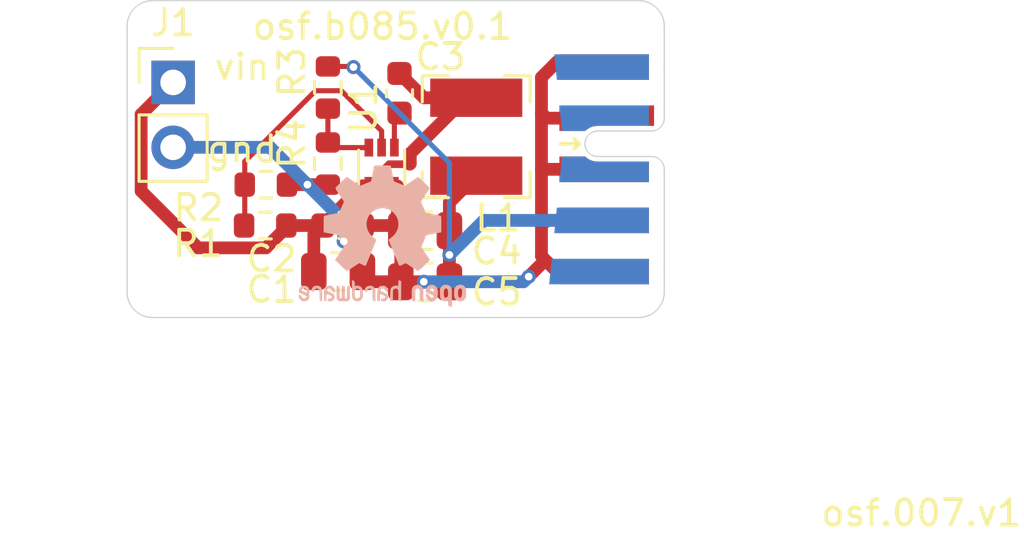
<source format=kicad_pcb>
(kicad_pcb (version 20211014) (generator pcbnew)
  (layers (0 "F.Cu" signal) (1 "In1.Cu" signal) (2 "In2.Cu" signal) (31 "B.Cu" signal) (34 "B.Paste" user) (35 "F.Paste" user) (36 "B.SilkS" user "B.Silkscreen") (37 "F.SilkS" user "F.Silkscreen") (38 "B.Mask" user) (39 "F.Mask" user) (44 "Edge.Cuts" user))
  (net 0 "")
  (net 1 "/DCDC/Vin")
  (net 2 "/DCDC/GND")
  (net 3 "Net-(C3-Pad1)")
  (net 4 "Net-(C3-Pad2)")
  (net 5 "Net-(R1-Pad2)")
  (net 6 "Net-(R3-Pad2)")
  (net 7 "/DCDC/3.3V")
  (footprint "Inductor_SMD:L_Bourns-SRN4018" (layer "F.Cu") (at 43.65 152.325 -90)
    (fp_text reference "L1" (at 3.175 -0.85 180) (layer "F.SilkS"))
    (fp_text value "3.3uH")
    (fp_line (start -2.385 -2.11) (end -1.36 -2.11) (layer "F.SilkS") (width 0.12))
    (fp_line (start 2.385 -2.11) (end 2.385 -1.085) (layer "F.SilkS") (width 0.12))
    (fp_line (start 2.385 2.11) (end 1.36 2.11) (layer "F.SilkS") (width 0.12))
    (fp_line (start 2.385 2.11) (end 2.385 1.085) (layer "F.SilkS") (width 0.12))
    (fp_line (start -2.385 2.11) (end -1.36 2.11) (layer "F.SilkS") (width 0.12))
    (fp_line (start -2.385 2.11) (end -2.385 1.085) (layer "F.SilkS") (width 0.12))
    (fp_line (start -2.385 -2.11) (end -2.385 -1.085) (layer "F.SilkS") (width 0.12))
    (fp_line (start 2.385 -2.11) (end 1.36 -2.11) (layer "F.SilkS") (width 0.12))
    (pad "1" smd rect locked (at -1.525 0 270) (size 1.5 3.6) (layers "F.Cu" "F.Paste" "F.Mask") (net 3 "Net-(C3-Pad1)"))
    (pad "2" smd rect locked (at 1.525 0 270) (size 1.5 3.6) (layers "F.Cu" "F.Paste" "F.Mask") (net 7 "/DCDC/3.3V"))
  )
  (footprint "Capacitor_SMD:C_0805_2012Metric" (layer "F.Cu") (at 38.25 157.6)
    (fp_text reference "C1" (at -2.6 0.7) (layer "F.SilkS"))
    (fp_text value "10uF")
    (fp_line (start -0.261252 -0.735) (end 0.261252 -0.735) (layer "F.SilkS") (width 0.12))
    (fp_line (start -0.261252 0.735) (end 0.261252 0.735) (layer "F.SilkS") (width 0.12))
    (pad "1" smd roundrect locked (at -0.95 0) (size 1 1.45) (layers "F.Cu" "F.Paste" "F.Mask") (net 1 "/DCDC/Vin"))
    (pad "2" smd roundrect locked (at 0.95 0) (size 1 1.45) (layers "F.Cu" "F.Paste" "F.Mask") (net 2 "/DCDC/GND"))
  )
  (footprint "on_edge:on_edge_2x05_host" (layer "F.Cu") (at 51 153.6 -90)
    (fp_text reference "J2")
    (fp_text value "003_power")
    (fp_line (start -0.8 3.523) (end -1 3.323) (layer "F.SilkS") (width 0.153))
    (fp_line (start -1 4.05) (end -1 3.323) (layer "F.SilkS") (width 0.153))
    (fp_line (start -1 3.323) (end -1.2 3.523) (layer "F.SilkS") (width 0.153))
    (fp_line (start -0.5 2.6) (end -0.5 0.5) (layer "Edge.Cuts") (width 0.05))
    (fp_line (start 0 0) (end 4 0) (layer "Edge.Cuts") (width 0.05))
    (fp_line (start -1.5 0.5) (end -1.5 2.6) (layer "Edge.Cuts") (width 0.05))
    (fp_line (start -4 0) (end -2 0) (layer "Edge.Cuts") (width 0.05))
    (fp_arc (start -0.5 0.5) (mid -0.353553 0.146447) (end 0 0) (layer "Edge.Cuts") (width 0.05))
    (fp_arc (start -0.5 2.6) (mid -1 3.1) (end -1.5 2.6) (layer "Edge.Cuts") (width 0.05))
    (fp_arc (start -2 0) (mid -1.646447 0.146447) (end -1.5 0.5) (layer "Edge.Cuts") (width 0.05))
    (pad "1" smd rect locked (at -4 2.35 270) (size 1 3.5) (layers "F.Cu" "F.Mask") (net 2 "/DCDC/GND"))
    (pad "2" smd custom locked (at -2 3.6 270) (size 1 1) (layers "F.Cu" "F.Mask") (net 2 "/DCDC/GND") (options (clearance outline) (anchor rect)) (primitives (gr_poly (pts (xy 0.3 -0.99) (xy 0.31 -0.88) (xy 0.33 -0.8) (xy 0.35 -0.74) (xy 0.37 -0.69) (xy 0.4 -0.64) (xy 0.44 -0.58) (xy 0.48 -0.53) (xy 0.5 -0.51) (xy 0.5 0.5) (xy -0.5 0.5) (xy -0.5 -3.2) (xy 0.3 -3.2)) (width 0) (fill yes))))
    (pad "3" smd custom locked (at 0 3.6 270) (size 1 1) (layers "F.Cu" "F.Mask") (net 2 "/DCDC/GND") (options (clearance outline) (anchor rect)) (primitives (gr_poly (pts (xy 0.5 0.5) (xy -0.5 0.5) (xy -0.5 -0.51) (xy -0.48 -0.53) (xy -0.44 -0.58) (xy -0.4 -0.64) (xy -0.37 -0.69) (xy -0.35 -0.74) (xy -0.33 -0.8) (xy -0.31 -0.88) (xy -0.3 -0.99) (xy -0.3 -3) (xy 0.5 -3)) (width 0) (fill yes))))
    (pad "4" smd rect locked (at 2 2.35 270) (size 1 3.5) (layers "F.Cu" "F.Mask") (net 2 "/DCDC/GND"))
    (pad "5" smd rect locked (at 4 2.35 270) (size 1 3.5) (layers "F.Cu" "F.Mask") (net 2 "/DCDC/GND"))
    (pad "6" smd custom locked (at -4 2.4 90) (size 1 3.6) (layers "B.Cu" "B.Mask") (options (clearance outline) (anchor rect)) (primitives (gr_poly (pts (xy 0.5 -1.8) (xy -0.5 -1.8) (xy 0.5 -1.9)) (width 0) (fill yes))))
    (pad "7" smd custom locked (at -2 2.1 90) (size 0.4 0.4) (layers "B.Cu" "B.Mask") (options (clearance outline) (anchor rect)) (primitives (gr_poly (pts (xy 0.5 1.5) (xy -0.3 1.5) (xy -0.3 -0.51) (xy -0.31 -0.62) (xy -0.33 -0.7) (xy -0.35 -0.76) (xy -0.37 -0.81) (xy -0.4 -0.86) (xy -0.44 -0.92) (xy -0.48 -0.97) (xy -0.5 -0.99) (xy -0.5 -1.9) (xy 0.5 -2)) (width 0) (fill yes))))
    (pad "8" smd custom locked (at 0 2.1 90) (size 0.4 0.4) (layers "B.Cu" "B.Mask") (options (clearance outline) (anchor rect)) (primitives (gr_poly (pts (xy 0.5 -1.9) (xy 0.5 -0.99) (xy 0.48 -0.97) (xy 0.44 -0.92) (xy 0.4 -0.86) (xy 0.37 -0.81) (xy 0.35 -0.76) (xy 0.33 -0.7) (xy 0.31 -0.62) (xy 0.3 -0.51) (xy 0.3 1.5) (xy -0.5 1.5) (xy -0.5 -2)) (width 0) (fill yes))))
    (pad "9" smd custom locked (at 2 2.4 90) (size 1 3.6) (layers "B.Cu" "B.Mask") (net 7 "/DCDC/3.3V") (options (clearance outline) (anchor rect)) (primitives (gr_poly (pts (xy 0.5 -1.8) (xy -0.5 -1.8) (xy -0.5 -1.9)) (width 0) (fill yes))))
    (pad "10" smd custom locked (at 4 2.5 90) (size 1 3.8) (layers "B.Cu" "B.Mask") (options (clearance outline) (anchor rect)) (primitives (gr_poly (pts (xy 0.5 -1.9) (xy -0.5 -1.9) (xy -0.5 -2)) (width 0) (fill yes))))
  )
  (footprint "Resistor_SMD:R_0603_1608Metric" (layer "F.Cu") (at 35.4 155.8 180)
    (fp_text reference "R1" (at 2.625 -0.709527) (layer "F.SilkS"))
    (fp_text value "d.n.p.")
    (fp_line (start -0.237258 -0.5225) (end 0.237258 -0.5225) (layer "F.SilkS") (width 0.12))
    (fp_line (start -0.237258 0.5225) (end 0.237258 0.5225) (layer "F.SilkS") (width 0.12))
    (pad "1" smd roundrect locked (at -0.825 0 180) (size 0.8 0.95) (layers "F.Cu" "F.Paste" "F.Mask") (net 1 "/DCDC/Vin"))
    (pad "2" smd roundrect locked (at 0.825 0 180) (size 0.8 0.95) (layers "F.Cu" "F.Paste" "F.Mask") (net 5 "Net-(R1-Pad2)"))
  )
  (footprint "Resistor_SMD:R_0603_1608Metric" (layer "F.Cu") (at 37.85 150.4 -90)
    (fp_text reference "R3" (at -0.6 1.4 90) (layer "F.SilkS"))
    (fp_text value "31.6k")
    (fp_line (start -0.237258 -0.5225) (end 0.237258 -0.5225) (layer "F.SilkS") (width 0.12))
    (fp_line (start -0.237258 0.5225) (end 0.237258 0.5225) (layer "F.SilkS") (width 0.12))
    (pad "1" smd roundrect locked (at -0.825 0 270) (size 0.8 0.95) (layers "F.Cu" "F.Paste" "F.Mask") (net 7 "/DCDC/3.3V"))
    (pad "2" smd roundrect locked (at 0.825 0 270) (size 0.8 0.95) (layers "F.Cu" "F.Paste" "F.Mask") (net 6 "Net-(R3-Pad2)"))
  )
  (footprint "Resistor_SMD:R_0603_1608Metric" (layer "F.Cu") (at 35.425 154.2)
    (fp_text reference "R2" (at -2.640953 0.909527) (layer "F.SilkS"))
    (fp_text value "d.n.p.")
    (fp_line (start -0.237258 -0.5225) (end 0.237258 -0.5225) (layer "F.SilkS") (width 0.12))
    (fp_line (start -0.237258 0.5225) (end 0.237258 0.5225) (layer "F.SilkS") (width 0.12))
    (pad "1" smd roundrect locked (at -0.825 0) (size 0.8 0.95) (layers "F.Cu" "F.Paste" "F.Mask") (net 5 "Net-(R1-Pad2)"))
    (pad "2" smd roundrect locked (at 0.825 0) (size 0.8 0.95) (layers "F.Cu" "F.Paste" "F.Mask") (net 2 "/DCDC/GND"))
  )
  (footprint "Capacitor_SMD:C_0805_2012Metric" (layer "F.Cu") (at 41.65 158 180)
    (fp_text reference "C5" (at -2.8 -0.4) (layer "F.SilkS"))
    (fp_text value "22uF")
    (fp_line (start -0.261252 -0.735) (end 0.261252 -0.735) (layer "F.SilkS") (width 0.12))
    (fp_line (start -0.261252 0.735) (end 0.261252 0.735) (layer "F.SilkS") (width 0.12))
    (pad "1" smd roundrect locked (at -0.95 0 180) (size 1 1.45) (layers "F.Cu" "F.Paste" "F.Mask") (net 7 "/DCDC/3.3V"))
    (pad "2" smd roundrect locked (at 0.95 0 180) (size 1 1.45) (layers "F.Cu" "F.Paste" "F.Mask") (net 2 "/DCDC/GND"))
  )
  (footprint "Resistor_SMD:R_0603_1608Metric" (layer "F.Cu") (at 37.85 153.375 -90)
    (fp_text reference "R4" (at -0.775 1.4 90) (layer "F.SilkS"))
    (fp_text value "10k")
    (fp_line (start -0.237258 0.5225) (end 0.237258 0.5225) (layer "F.SilkS") (width 0.12))
    (fp_line (start -0.237258 -0.5225) (end 0.237258 -0.5225) (layer "F.SilkS") (width 0.12))
    (pad "1" smd roundrect locked (at -0.825 0 270) (size 0.8 0.95) (layers "F.Cu" "F.Paste" "F.Mask") (net 6 "Net-(R3-Pad2)"))
    (pad "2" smd roundrect locked (at 0.825 0 270) (size 0.8 0.95) (layers "F.Cu" "F.Paste" "F.Mask") (net 2 "/DCDC/GND"))
  )
  (footprint "Connector_PinHeader_2.54mm:PinHeader_1x02_P2.54mm_Vertical" (layer "F.Cu") (at 31.8 150.2)
    (fp_text reference "J1" (at 0 -2.33) (layer "F.SilkS"))
    (fp_text value "Conn_01x02_Male")
    (fp_line (start -1.33 -1.33) (end 0 -1.33) (layer "F.SilkS") (width 0.12))
    (fp_line (start -1.33 1.27) (end -1.33 3.87) (layer "F.SilkS") (width 0.12))
    (fp_line (start -1.33 3.87) (end 1.33 3.87) (layer "F.SilkS") (width 0.12))
    (fp_line (start 1.33 1.27) (end 1.33 3.87) (layer "F.SilkS") (width 0.12))
    (fp_line (start -1.33 1.27) (end 1.33 1.27) (layer "F.SilkS") (width 0.12))
    (fp_line (start -1.33 0) (end -1.33 -1.33) (layer "F.SilkS") (width 0.12))
    (pad "1" thru_hole rect locked (at 0 0) (size 1.7 1.7) (drill 1) (layers *.Cu *.Mask) (net 1 "/DCDC/Vin"))
    (pad "2" thru_hole oval locked (at 0 2.54) (size 1.7 1.7) (drill 1) (layers *.Cu *.Mask) (net 2 "/DCDC/GND"))
  )
  (footprint "Capacitor_SMD:C_0603_1608Metric" (layer "F.Cu") (at 40.65 150.625 -90)
    (fp_text reference "C3" (at -1.425 -1.6) (layer "F.SilkS"))
    (fp_text value "100nF")
    (fp_line (start -0.14058 -0.51) (end 0.14058 -0.51) (layer "F.SilkS") (width 0.12))
    (fp_line (start -0.14058 0.51) (end 0.14058 0.51) (layer "F.SilkS") (width 0.12))
    (pad "1" smd roundrect locked (at -0.775 0 270) (size 0.9 0.95) (layers "F.Cu" "F.Paste" "F.Mask") (net 3 "Net-(C3-Pad1)"))
    (pad "2" smd roundrect locked (at 0.775 0 270) (size 0.9 0.95) (layers "F.Cu" "F.Paste" "F.Mask") (net 4 "Net-(C3-Pad2)"))
  )
  (footprint "Package_TO_SOT_SMD:SOT-563" (layer "F.Cu") (at 39.95 153.5 90)
    (fp_text reference "U1" (at 2.3 -0.7 90) (layer "F.SilkS"))
    (fp_text value "AP62200")
    (fp_line (start -0.9 -0.9) (end 0.65 -0.9) (layer "F.SilkS") (width 0.12))
    (fp_line (start 0.65 0.9) (end -0.65 0.9) (layer "F.SilkS") (width 0.12))
    (pad "1" smd rect locked (at -0.75 -0.5 90) (size 0.7 0.34) (layers "F.Cu" "F.Paste" "F.Mask") (net 1 "/DCDC/Vin"))
    (pad "2" smd rect locked (at -0.75 0 90) (size 0.7 0.34) (layers "F.Cu" "F.Paste" "F.Mask") (net 3 "Net-(C3-Pad1)"))
    (pad "3" smd rect locked (at -0.75 0.5 90) (size 0.7 0.34) (layers "F.Cu" "F.Paste" "F.Mask") (net 2 "/DCDC/GND"))
    (pad "4" smd rect locked (at 0.75 0.5 90) (size 0.7 0.34) (layers "F.Cu" "F.Paste" "F.Mask") (net 4 "Net-(C3-Pad2)"))
    (pad "5" smd rect locked (at 0.75 0 90) (size 0.7 0.34) (layers "F.Cu" "F.Paste" "F.Mask") (net 5 "Net-(R1-Pad2)"))
    (pad "6" smd rect locked (at 0.75 -0.5 90) (size 0.7 0.34) (layers "F.Cu" "F.Paste" "F.Mask") (net 6 "Net-(R3-Pad2)"))
  )
  (footprint "Capacitor_SMD:C_0805_2012Metric" (layer "F.Cu") (at 41.65 156 180)
    (fp_text reference "C4" (at -2.8 -0.8) (layer "F.SilkS"))
    (fp_text value "22uF")
    (fp_line (start -0.261252 -0.735) (end 0.261252 -0.735) (layer "F.SilkS") (width 0.12))
    (fp_line (start -0.261252 0.735) (end 0.261252 0.735) (layer "F.SilkS") (width 0.12))
    (pad "1" smd roundrect locked (at -0.95 0 180) (size 1 1.45) (layers "F.Cu" "F.Paste" "F.Mask") (net 7 "/DCDC/3.3V"))
    (pad "2" smd roundrect locked (at 0.95 0 180) (size 1 1.45) (layers "F.Cu" "F.Paste" "F.Mask") (net 2 "/DCDC/GND"))
  )
  (footprint "Capacitor_SMD:C_0603_1608Metric" (layer "F.Cu") (at 38.425 155.8)
    (fp_text reference "C2" (at -2.775 1.3) (layer "F.SilkS"))
    (fp_text value "100nF")
    (fp_line (start -0.14058 0.51) (end 0.14058 0.51) (layer "F.SilkS") (width 0.12))
    (fp_line (start -0.14058 -0.51) (end 0.14058 -0.51) (layer "F.SilkS") (width 0.12))
    (pad "1" smd roundrect locked (at -0.775 0) (size 0.9 0.95) (layers "F.Cu" "F.Paste" "F.Mask") (net 1 "/DCDC/Vin"))
    (pad "2" smd roundrect locked (at 0.775 0) (size 0.9 0.95) (layers "F.Cu" "F.Paste" "F.Mask") (net 2 "/DCDC/GND"))
  )
  (footprint "Symbol:OSHW-Logo2_7.3x6mm_SilkScreen" (layer "B.Cu") (at 39.984047 156.209527 180)
    (fp_text reference "l1" hide)
    (fp_text value "Logo_Open_Hardware_Larg" hide)
    (fp_poly (pts (xy 2.6526 -1.958752) (xy 2.669948 -1.966334) (xy 2.711356 -1.999128) (xy 2.746765 -2.046547) (xy 2.768664 -2.097151) (xy 2.772229 -2.122098) (xy 2.760279 -2.156927) (xy 2.734067 -2.175357) (xy 2.705964 -2.186516) (xy 2.693095 -2.188572) (xy 2.686829 -2.173649) (xy 2.674456 -2.141175) (xy 2.669028 -2.126502) (xy 2.63859 -2.075744) (xy 2.59452 -2.050427) (xy 2.53801 -2.051206) (xy 2.533825 -2.052203) (xy 2.503655 -2.066507) (xy 2.481476 -2.094393) (xy 2.466327 -2.139287) (xy 2.45725 -2.204615) (xy 2.453286 -2.293804) (xy 2.452914 -2.341261) (xy 2.45273 -2.416071) (xy 2.451522 -2.467069) (xy 2.448309 -2.499471) (xy 2.442109 -2.518495) (xy 2.43194 -2.529356) (xy 2.416819 -2.537272) (xy 2.415946 -2.53767) (xy 2.386828 -2.549981) (xy 2.372403 -2.554514) (xy 2.370186 -2.540809) (xy 2.368289 -2.502925) (xy 2.366847 -2.445715) (xy 2.365998 -2.374027) (xy 2.365829 -2.321565) (xy 2.366692 -2.220047) (xy 2.37007 -2.143032) (xy 2.377142 -2.086023) (xy 2.389088 -2.044526) (xy 2.40709 -2.014043) (xy 2.432327 -1.99008) (xy 2.457247 -1.973355) (xy 2.517171 -1.951097) (xy 2.586911 -1.946076) (xy 2.6526 -1.958752)) (layer "B.SilkS") (width 0.01) (fill solid))
    (fp_poly (pts (xy -1.283907 -1.92778) (xy -1.237328 -1.954723) (xy -1.204943 -1.981466) (xy -1.181258 -2.009484) (xy -1.164941 -2.043748) (xy -1.154661 -2.089227) (xy -1.149086 -2.150892) (xy -1.146884 -2.233711) (xy -1.146629 -2.293246) (xy -1.146629 -2.512391) (xy -1.208314 -2.540044) (xy -1.27 -2.567697) (xy -1.277257 -2.32767) (xy -1.280256 -2.238028) (xy -1.283402 -2.172962) (xy -1.287299 -2.128026) (xy -1.292553 -2.09877) (xy -1.299769 -2.080748) (xy -1.30955 -2.069511) (xy -1.312688 -2.067079) (xy -1.360239 -2.048083) (xy -1.408303 -2.0556) (xy -1.436914 -2.075543) (xy -1.448553 -2.089675) (xy -1.456609 -2.10822) (xy -1.461729 -2.136334) (xy -1.464559 -2.179173) (xy -1.465744 -2.241895) (xy -1.465943 -2.307261) (xy -1.465982 -2.389268) (xy -1.467386 -2.447316) (xy -1.472086 -2.486465) (xy -1.482013 -2.51178) (xy -1.499097 -2.528323) (xy -1.525268 -2.541156) (xy -1.560225 -2.554491) (xy -1.598404 -2.569007) (xy -1.593859 -2.311389) (xy -1.592029 -2.218519) (xy -1.589888 -2.149889) (xy -1.586819 -2.100711) (xy -1.582206 -2.066198) (xy -1.575432 -2.041562) (xy -1.565881 -2.022016) (xy -1.554366 -2.00477) (xy -1.49881 -1.94968) (xy -1.43102 -1.917822) (xy -1.357287 -1.910191) (xy -1.283907 -1.92778)) (layer "B.SilkS") (width 0.01) (fill solid))
    (fp_poly (pts (xy -1.831697 -1.931239) (xy -1.774473 -1.969735) (xy -1.730251 -2.025335) (xy -1.703833 -2.096086) (xy -1.69849 -2.148162) (xy -1.699097 -2.169893) (xy -1.704178 -2.186531) (xy -1.718145 -2.201437) (xy -1.745411 -2.217973) (xy -1.790388 -2.239498) (xy -1.857489 -2.269374) (xy -1.857829 -2.269524) (xy -1.919593 -2.297813) (xy -1.970241 -2.322933) (xy -2.004596 -2.342179) (xy -2.017482 -2.352848) (xy -2.017486 -2.352934) (xy -2.006128 -2.376166) (xy -1.979569 -2.401774) (xy -1.949077 -2.420221) (xy -1.93363 -2.423886) (xy -1.891485 -2.411212) (xy -1.855192 -2.379471) (xy -1.837483 -2.344572) (xy -1.820448 -2.318845) (xy -1.787078 -2.289546) (xy -1.747851 -2.264235) (xy -1.713244 -2.250471) (xy -1.706007 -2.249714) (xy -1.697861 -2.26216) (xy -1.69737 -2.293972) (xy -1.703357 -2.336866) (xy -1.714643 -2.382558) (xy -1.73005 -2.422761) (xy -1.730829 -2.424322) (xy -1.777196 -2.489062) (xy -1.837289 -2.533097) (xy -1.905535 -2.554711) (xy -1.976362 -2.552185) (xy -2.044196 -2.523804) (xy -2.047212 -2.521808) (xy -2.100573 -2.473448) (xy -2.13566 -2.410352) (xy -2.155078 -2.327387) (xy -2.157684 -2.304078) (xy -2.162299 -2.194055) (xy -2.156767 -2.142748) (xy -2.017486 -2.142748) (xy -2.015676 -2.174753) (xy -2.005778 -2.184093) (xy -1.981102 -2.177105) (xy -1.942205 -2.160587) (xy -1.898725 -2.139881) (xy -1.897644 -2.139333) (xy -1.860791 -2.119949) (xy -1.846 -2.107013) (xy -1.849647 -2.093451) (xy -1.865005 -2.075632) (xy -1.904077 -2.049845) (xy -1.946154 -2.04795) (xy -1.983897 -2.066717) (xy -2.009966 -2.102915) (xy -2.017486 -2.142748) (xy -2.156767 -2.142748) (xy -2.152806 -2.106027) (xy -2.12845 -2.036212) (xy -2.094544 -1.987302) (xy -2.033347 -1.937878) (xy -1.965937 -1.913359) (xy -1.89712 -1.911797) (xy -1.831697 -1.931239)) (layer "B.SilkS") (width 0.01) (fill solid))
    (fp_poly (pts (xy 0.039744 -1.950968) (xy 0.096616 -1.972087) (xy 0.097267 -1.972493) (xy 0.13244 -1.99838) (xy 0.158407 -2.028633) (xy 0.17667 -2.068058) (xy 0.188732 -2.121462) (xy 0.196096 -2.193651) (xy 0.200264 -2.289432) (xy 0.200629 -2.303078) (xy 0.205876 -2.508842) (xy 0.161716 -2.531678) (xy 0.129763 -2.54711) (xy 0.11047 -2.554423) (xy 0.109578 -2.554514) (xy 0.106239 -2.541022) (xy 0.103587 -2.504626) (xy 0.101956 -2.451452) (xy 0.1016 -2.408393) (xy 0.101592 -2.338641) (xy 0.098403 -2.294837) (xy 0.087288 -2.273944) (xy 0.063501 -2.272925) (xy 0.022296 -2.288741) (xy -0.039914 -2.317815) (xy -0.085659 -2.341963) (xy -0.109187 -2.362913) (xy -0.116104 -2.385747) (xy -0.116114 -2.386877) (xy -0.104701 -2.426212) (xy -0.070908 -2.447462) (xy -0.019191 -2.450539) (xy 0.018061 -2.450006) (xy 0.037703 -2.460735) (xy 0.049952 -2.486505) (xy 0.057002 -2.519337) (xy 0.046842 -2.537966) (xy 0.043017 -2.540632) (xy 0.007001 -2.55134) (xy -0.043434 -2.552856) (xy -0.095374 -2.545759) (xy -0.132178 -2.532788) (xy -0.183062 -2.489585) (xy -0.211986 -2.429446) (xy -0.217714 -2.382462) (xy -0.213343 -2.340082) (xy -0.197525 -2.305488) (xy -0.166203 -2.274763) (xy -0.115322 -2.24399) (xy -0.040824 -2.209252) (xy -0.036286 -2.207288) (xy 0.030821 -2.176287) (xy 0.072232 -2.150862) (xy 0.089981 -2.128014) (xy 0.086107 -2.104745) (xy 0.062643 -2.078056) (xy 0.055627 -2.071914) (xy 0.00863 -2.0481) (xy -0.040067 -2.049103) (xy -0.082478 -2.072451) (xy -0.110616 -2.115675) (xy -0.113231 -2.12416) (xy -0.138692 -2.165308) (xy -0.170999 -2.185128) (xy -0.217714 -2.20477) (xy -0.217714 -2.15395) (xy -0.203504 -2.080082) (xy -0.161325 -2.012327) (xy -0.139376 -1.989661) (xy -0.089483 -1.960569) (xy -0.026033 -1.9474) (xy 0.039744 -1.950968)) (layer "B.SilkS") (width 0.01) (fill solid))
    (fp_poly (pts (xy 3.153595 -1.966966) (xy 3.211021 -2.004497) (xy 3.238719 -2.038096) (xy 3.260662 -2.099064) (xy 3.262405 -2.147308) (xy 3.258457 -2.211816) (xy 3.109686 -2.276934) (xy 3.037349 -2.310202) (xy 2.990084 -2.336964) (xy 2.965507 -2.360144) (xy 2.961237 -2.382667) (xy 2.974889 -2.407455) (xy 2.989943 -2.423886) (xy 3.033746 -2.450235) (xy 3.081389 -2.452081) (xy 3.125145 -2.431546) (xy 3.157289 -2.390752) (xy 3.163038 -2.376347) (xy 3.190576 -2.331356) (xy 3.222258 -2.312182) (xy 3.265714 -2.295779) (xy 3.265714 -2.357966) (xy 3.261872 -2.400283) (xy 3.246823 -2.435969) (xy 3.21528 -2.476943) (xy 3.210592 -2.482267) (xy 3.175506 -2.51872) (xy 3.145347 -2.538283) (xy 3.107615 -2.547283) (xy 3.076335 -2.55023) (xy 3.020385 -2.550965) (xy 2.980555 -2.54166) (xy 2.955708 -2.527846) (xy 2.916656 -2.497467) (xy 2.889625 -2.464613) (xy 2.872517 -2.423294) (xy 2.863238 -2.367521) (xy 2.859693 -2.291305) (xy 2.85941 -2.252622) (xy 2.860372 -2.206247) (xy 2.948007 -2.206247) (xy 2.949023 -2.231126) (xy 2.951556 -2.2352) (xy 2.968274 -2.229665) (xy 3.004249 -2.215017) (xy 3.052331 -2.19419) (xy 3.062386 -2.189714) (xy 3.123152 -2.158814) (xy 3.156632 -2.131657) (xy 3.16399 -2.10622) (xy 3.146391 -2.080481) (xy 3.131856 -2.069109) (xy 3.07941 -2.046364) (xy 3.030322 -2.050122) (xy 2.989227 -2.077884) (xy 2.960758 -2.127152) (xy 2.951631 -2.166257) (xy 2.948007 -2.206247) (xy 2.860372 -2.206247) (xy 2.861285 -2.162249) (xy 2.868196 -2.095384) (xy 2.881884 -2.046695) (xy 2.904096 -2.010849) (xy 2.936574 -1.982513) (xy 2.950733 -1.973355) (xy 3.015053 -1.949507) (xy 3.085473 -1.948006) (xy 3.153595 -1.966966)) (layer "B.SilkS") (width 0.01) (fill solid))
    (fp_poly (pts (xy 1.190117 -2.065358) (xy 1.189933 -2.173837) (xy 1.189219 -2.257287) (xy 1.187675 -2.319704) (xy 1.185001 -2.365085) (xy 1.180894 -2.397429) (xy 1.175055 -2.420733) (xy 1.167182 -2.438995) (xy 1.161221 -2.449418) (xy 1.111855 -2.505945) (xy 1.049264 -2.541377) (xy 0.980013 -2.55409) (xy 0.910668 -2.542463) (xy 0.869375 -2.521568) (xy 0.826025 -2.485422) (xy 0.796481 -2.441276) (xy 0.778655 -2.383462) (xy 0.770463 -2.306313) (xy 0.769302 -2.249714) (xy 0.769458 -2.245647) (xy 0.870857 -2.245647) (xy 0.871476 -2.31055) (xy 0.874314 -2.353514) (xy 0.88084 -2.381622) (xy 0.892523 -2.401953) (xy 0.906483 -2.417288) (xy 0.953365 -2.44689) (xy 1.003701 -2.449419) (xy 1.051276 -2.424705) (xy 1.054979 -2.421356) (xy 1.070783 -2.403935) (xy 1.080693 -2.383209) (xy 1.086058 -2.352362) (xy 1.088228 -2.304577) (xy 1.088571 -2.251748) (xy 1.087827 -2.185381) (xy 1.084748 -2.141106) (xy 1.078061 -2.112009) (xy 1.066496 -2.091173) (xy 1.057013 -2.080107) (xy 1.01296 -2.052198) (xy 0.962224 -2.048843) (xy 0.913796 -2.070159) (xy 0.90445 -2.078073) (xy 0.88854 -2.095647) (xy 0.87861 -2.116587) (xy 0.873278 -2.147782) (xy 0.871163 -2.196122) (xy 0.870857 -2.245647) (xy 0.769458 -2.245647) (xy 0.77281 -2.158568) (xy 0.784726 -2.090086) (xy 0.807135 -2.0386) (xy 0.842124 -1.998443) (xy 0.869375 -1.977861) (xy 0.918907 -1.955625) (xy 0.976316 -1.945304) (xy 1.029682 -1.948067) (xy 1.059543 -1.959212) (xy 1.071261 -1.962383) (xy 1.079037 -1.950557) (xy 1.084465 -1.918866) (xy 1.088571 -1.870593) (xy 1.093067 -1.816829) (xy 1.099313 -1.784482) (xy 1.110676 -1.765985) (xy 1.130528 -1.75377) (xy 1.143 -1.748362) (xy 1.190171 -1.728601) (xy 1.190117 -2.065358)) (layer "B.SilkS") (width 0.01) (fill solid))
    (fp_poly (pts (xy 0.529926 -1.949755) (xy 0.595858 -1.974084) (xy 0.649273 -2.017117) (xy 0.670164 -2.047409) (xy 0.692939 -2.102994) (xy 0.692466 -2.143186) (xy 0.668562 -2.170217) (xy 0.659717 -2.174813) (xy 0.62153 -2.189144) (xy 0.602028 -2.185472) (xy 0.595422 -2.161407) (xy 0.595086 -2.148114) (xy 0.582992 -2.09921) (xy 0.551471 -2.064999) (xy 0.507659 -2.048476) (xy 0.458695 -2.052634) (xy 0.418894 -2.074227) (xy 0.40545 -2.086544) (xy 0.395921 -2.101487) (xy 0.389485 -2.124075) (xy 0.385317 -2.159328) (xy 0.382597 -2.212266) (xy 0.380502 -2.287907) (xy 0.37996 -2.311857) (xy 0.377981 -2.39379) (xy 0.375731 -2.451455) (xy 0.372357 -2.489608) (xy 0.367006 -2.513004) (xy 0.358824 -2.526398) (xy 0.346959 -2.534545) (xy 0.339362 -2.538144) (xy 0.307102 -2.550452) (xy 0.288111 -2.554514) (xy 0.281836 -2.540948) (xy 0.278006 -2.499934) (xy 0.2766 -2.430999) (xy 0.277598 -2.333669) (xy 0.277908 -2.318657) (xy 0.280101 -2.229859) (xy 0.282693 -2.165019) (xy 0.286382 -2.119067) (xy 0.291864 -2.086935) (xy 0.299835 -2.063553) (xy 0.310993 -2.043852) (xy 0.31683 -2.03541) (xy 0.350296 -1.998057) (xy 0.387727 -1.969003) (xy 0.392309 -1.966467) (xy 0.459426 -1.946443) (xy 0.529926 -1.949755)) (layer "B.SilkS") (width 0.01) (fill solid))
    (fp_poly (pts (xy 2.144876 -1.956335) (xy 2.186667 -1.975344) (xy 2.219469 -1.998378) (xy 2.243503 -2.024133) (xy 2.260097 -2.057358) (xy 2.270577 -2.1028) (xy 2.276271 -2.165207) (xy 2.278507 -2.249327) (xy 2.278743 -2.304721) (xy 2.278743 -2.520826) (xy 2.241774 -2.53767) (xy 2.212656 -2.549981) (xy 2.198231 -2.554514) (xy 2.195472 -2.541025) (xy 2.193282 -2.504653) (xy 2.191942 -2.451542) (xy 2.191657 -2.409372) (xy 2.190434 -2.348447) (xy 2.187136 -2.300115) (xy 2.182321 -2.270518) (xy 2.178496 -2.264229) (xy 2.152783 -2.270652) (xy 2.112418 -2.287125) (xy 2.065679 -2.309458) (xy 2.020845 -2.333457) (xy 1.986193 -2.35493) (xy 1.970002 -2.369685) (xy 1.969938 -2.369845) (xy 1.97133 -2.397152) (xy 1.983818 -2.423219) (xy 2.005743 -2.444392) (xy 2.037743 -2.451474) (xy 2.065092 -2.450649) (xy 2.103826 -2.450042) (xy 2.124158 -2.459116) (xy 2.136369 -2.483092) (xy 2.137909 -2.487613) (xy 2.143203 -2.521806) (xy 2.129047 -2.542568) (xy 2.092148 -2.552462) (xy 2.052289 -2.554292) (xy 1.980562 -2.540727) (xy 1.943432 -2.521355) (xy 1.897576 -2.475845) (xy 1.873256 -2.419983) (xy 1.871073 -2.360957) (xy 1.891629 -2.305953) (xy 1.922549 -2.271486) (xy 1.95342 -2.252189) (xy 2.001942 -2.227759) (xy 2.058485 -2.202985) (xy 2.06791 -2.199199) (xy 2.130019 -2.171791) (xy 2.165822 -2.147634) (xy 2.177337 -2.123619) (xy 2.16658 -2.096635) (xy 2.148114 -2.075543) (xy 2.104469 -2.049572) (xy 2.056446 -2.047624) (xy 2.012406 -2.067637) (xy 1.980709 -2.107551) (xy 1.976549 -2.117848) (xy 1.952327 -2.155724) (xy 1.916965 -2.183842) (xy 1.872343 -2.206917) (xy 1.872343 -2.141485) (xy 1.874969 -2.101506) (xy 1.88623 -2.069997) (xy 1.911199 -2.036378) (xy 1.935169 -2.010484) (xy 1.972441 -1.973817) (xy 2.001401 -1.954121) (xy 2.032505 -1.94622) (xy 2.067713 -1.944914) (xy 2.144876 -1.956335)) (layer "B.SilkS") (width 0.01) (fill solid))
    (fp_poly (pts (xy 0.10391 2.757652) (xy 0.182454 2.757222) (xy 0.239298 2.756058) (xy 0.278105 2.753793) (xy 0.302538 2.75006) (xy 0.316262 2.744494) (xy 0.32294 2.736727) (xy 0.326236 2.726395) (xy 0.326556 2.725057) (xy 0.331562 2.700921) (xy 0.340829 2.653299) (xy 0.353392 2.587259) (xy 0.368287 2.507872) (xy 0.384551 2.420204) (xy 0.385119 2.417125) (xy 0.40141 2.331211) (xy 0.416652 2.255304) (xy 0.429861 2.193955) (xy 0.440054 2.151718) (xy 0.446248 2.133145) (xy 0.446543 2.132816) (xy 0.464788 2.123747) (xy 0.502405 2.108633) (xy 0.551271 2.090738) (xy 0.551543 2.090642) (xy 0.613093 2.067507) (xy 0.685657 2.038035) (xy 0.754057 2.008403) (xy 0.757294 2.006938) (xy 0.868702 1.956374) (xy 1.115399 2.12484) (xy 1.191077 2.176197) (xy 1.259631 2.222111) (xy 1.317088 2.25997) (xy 1.359476 2.287163) (xy 1.382825 2.301079) (xy 1.385042 2.302111) (xy 1.40201 2.297516) (xy 1.433701 2.275345) (xy 1.481352 2.234553) (xy 1.546198 2.174095) (xy 1.612397 2.109773) (xy 1.676214 2.046388) (xy 1.733329 1.988549) (xy 1.780305 1.939825) (xy 1.813703 1.90379) (xy 1.830085 1.884016) (xy 1.830694 1.882998) (xy 1.832505 1.869428) (xy 1.825683 1.847267) (xy 1.80854 1.813522) (xy 1.779393 1.7652) (xy 1.736555 1.699308) (xy 1.679448 1.614483) (xy 1.628766 1.539823) (xy 1.583461 1.47286) (xy 1.54615 1.417484) (xy 1.519452 1.37758) (xy 1.505985 1.357038) (xy 1.505137 1.355644) (xy 1.506781 1.335962) (xy 1.519245 1.297707) (xy 1.540048 1.248111) (xy 1.547462 1.232272) (xy 1.579814 1.16171) (xy 1.614328 1.081647) (xy 1.642365 1.012371) (xy 1.662568 0.960955) (xy 1.678615 0.921881) (xy 1.687888 0.901459) (xy 1.689041 0.899886) (xy 1.706096 0.897279) (xy 1.746298 0.890137) (xy 1.804302 0.879477) (xy 1.874763 0.866315) (xy 1.952335 0.851667) (xy 2.031672 0.836551) (xy 2.107431 0.821982) (xy 2.174264 0.808978) (xy 2.226828 0.798555) (xy 2.259776 0.79173) (xy 2.267857 0.789801) (xy 2.276205 0.785038) (xy 2.282506 0.774282) (xy 2.287045 0.753902) (xy 2.290104 0.720266) (xy 2.291967 0.669745) (xy 2.292918 0.598708) (xy 2.29324 0.503524) (xy 2.293257 0.464508) (xy 2.293257 0.147201) (xy 2.217057 0.132161) (xy 2.174663 0.124005) (xy 2.1114 0.112101) (xy 2.034962 0.097884) (xy 1.953043 0.08279) (xy 1.9304 0.078645) (xy 1.854806 0.063947) (xy 1.788953 0.049495) (xy 1.738366 0.036625) (xy 1.708574 0.026678) (xy 1.703612 0.023713) (xy 1.691426 0.002717) (xy 1.673953 -0.037967) (xy 1.654577 -0.090322) (xy 1.650734 -0.1016) (xy 1.625339 -0.171523) (xy 1.593817 -0.250418) (xy 1.562969 -0.321266) (xy 1.562817 -0.321595) (xy 1.511447 -0.432733) (xy 1.680399 -0.681253) (xy 1.849352 -0.929772) (xy 1.632429 -1.147058) (xy 1.566819 -1.211726) (xy 1.506979 -1.268733) (xy 1.456267 -1.315033) (xy 1.418046 -1.347584) (xy 1.395675 -1.363343) (xy 1.392466 -1.364343) (xy 1.373626 -1.356469) (xy 1.33518 -1.334578) (xy 1.28133 -1.301267) (xy 1.216276 -1.259131) (xy 1.14594 -1.211943) (xy 1.074555 -1.16381) (xy 1.010908 -1.121928) (xy 0.959041 -1.088871) (xy 0.922995 -1.067218) (xy 0.906867 -1.059543) (xy 0.887189 -1.066037) (xy 0.849875 -1.08315) (xy 0.802621 -1.107326) (xy 0.797612 -1.110013) (xy 0.733977 -1.141927) (xy 0.690341 -1.157579) (xy 0.663202 -1.157745) (xy 0.649057 -1.143204) (xy 0.648975 -1.143) (xy 0.641905 -1.125779) (xy 0.625042 -1.084899) (xy 0.599695 -1.023525) (xy 0.567171 -0.944819) (xy 0.528778 -0.851947) (xy 0.485822 -0.748072) (xy 0.444222 -0.647502) (xy 0.398504 -0.536516) (xy 0.356526 -0.433703) (xy 0.319548 -0.342215) (xy 0.288827 -0.265201) (xy 0.265622 -0.205815) (xy 0.25119 -0.167209) (xy 0.246743 -0.1528) (xy 0.257896 -0.136272) (xy 0.287069 -0.10993) (xy 0.325971 -0.080887) (xy 0.436757 0.010961) (xy 0.523351 0.116241) (xy 0.584716 0.232734) (xy 0.619815 0.358224) (xy 0.627608 0.490493) (xy 0.621943 0.551543) (xy 0.591078 0.678205) (xy 0.53792 0.790059) (xy 0.465767 0.885999) (xy 0.377917 0.964924) (xy 0.277665 1.02573) (xy 0.16831 1.067313) (xy 0.053147 1.088572) (xy -0.064525 1.088401) (xy -0.18141 1.065699) (xy -0.294211 1.019362) (xy -0.399631 0.948287) (xy -0.443632 0.908089) (xy -0.528021 0.804871) (xy -0.586778 0.692075) (xy -0.620296 0.57299) (xy -0.628965 0.450905) (xy -0.613177 0.329107) (xy -0.573322 0.210884) (xy -0.509793 0.099525) (xy -0.422979 -0.001684) (xy -0.325971 -0.080887) (xy -0.285563 -0.111162) (xy -0.257018 -0.137219) (xy -0.246743 -0.152825) (xy -0.252123 -0.169843) (xy -0.267425 -0.2105) (xy -0.291388 -0.271642) (xy -0.322756 -0.350119) (xy -0.360268 -0.44278) (xy -0.402667 -0.546472) (xy -0.444337 -0.647526) (xy -0.49031 -0.758607) (xy -0.532893 -0.861541) (xy -0.570779 -0.953165) (xy -0.60266 -1.030316) (xy -0.627229 -1.089831) (xy -0.64318 -1.128544) (xy -0.64909 -1.143) (xy -0.663052 -1.157685) (xy -0.69006 -1.157642) (xy -0.733587 -1.142099) (xy -0.79711 -1.110284) (xy -0.797612 -1.110013) (xy -0.84544 -1.085323) (xy -0.884103 -1.067338) (xy -0.905905 -1.059614) (xy -0.906867 -1.059543) (xy -0.923279 -1.067378) (xy -0.959513 -1.089165) (xy -1.011526 -1.122328) (xy -1.075275 -1.164291) (xy -1.14594 -1.211943) (xy -1.217884 -1.260191) (xy -1.282726 -1.302151) (xy -1.336265 -1.335227) (xy -1.374303 -1.356821) (xy -1.392467 -1.364343) (xy -1.409192 -1.354457) (xy -1.44282 -1.326826) (xy -1.48999 -1.284495) (xy -1.547342 -1.230505) (xy -1.611516 -1.167899) (xy -1.632503 -1.146983) (xy -1.849501 -0.929623) (xy -1.684332 -0.68722) (xy -1.634136 -0.612781) (xy -1.590081 -0.545972) (xy -1.554638 -0.490665) (xy -1.530281 -0.450729) (xy -1.519478 -0.430036) (xy -1.519162 -0.428563) (xy -1.524857 -0.409058) (xy -1.540174 -0.369822) (xy -1.562463 -0.31743) (xy -1.578107 -0.282355) (xy -1.607359 -0.215201) (xy -1.634906 -0.147358) (xy -1.656263 -0.090034) (xy -1.662065 -0.072572) (xy -1.678548 -0.025938) (xy -1.69466 0.010095) (xy -1.70351 0.023713) (xy -1.72304 0.032048) (xy -1.765666 0.043863) (xy -1.825855 0.057819) (xy -1.898078 0.072578) (xy -1.9304 0.078645) (xy -2.012478 0.093727) (xy -2.091205 0.108331) (xy -2.158891 0.12102) (xy -2.20784 0.130358) (xy -2.217057 0.132161) (xy -2.293257 0.147201) (xy -2.293257 0.464508) (xy -2.293086 0.568846) (xy -2.292384 0.647787) (xy -2.290866 0.704962) (xy -2.288251 0.744001) (xy -2.284254 0.768535) (xy -2.278591 0.782195) (xy -2.27098 0.788611) (xy -2.267857 0.789801) (xy -2.249022 0.79402) (xy -2.207412 0.802438) (xy -2.14837 0.814039) (xy -2.077243 0.827805) (xy -1.999375 0.84272) (xy -1.920113 0.857768) (xy -1.844802 0.871931) (xy -1.778787 0.884194) (xy -1.727413 0.893539) (xy -1.696025 0.89895) (xy -1.689041 0.899886) (xy -1.682715 0.912404) (xy -1.66871 0.945754) (xy -1.649645 0.993623) (xy -1.642366 1.012371) (xy -1.613004 1.084805) (xy -1.578429 1.16483) (xy -1.547463 1.232272) (xy -1.524677 1.283841) (xy -1.509518 1.326215) (xy -1.504458 1.352166) (xy -1.505264 1.355644) (xy -1.515959 1.372064) (xy -1.54038 1.408583) (xy -1.575905 1.461313) (xy -1.619913 1.526365) (xy -1.669783 1.599849) (xy -1.679644 1.614355) (xy -1.737508 1.700296) (xy -1.780044 1.765739) (xy -1.808946 1.813696) (xy -1.82591 1.84718) (xy -1.832633 1.869205) (xy -1.83081 1.882783) (xy -1.830764 1.882869) (xy -1.816414 1.900703) (xy -1.784677 1.935183) (xy -1.73899 1.982732) (xy -1.682796 2.039778) (xy -1.619532 2.102745) (xy -1.612398 2.109773) (xy -1.53267 2.18698) (xy -1.471143 2.24367) (xy -1.426579 2.28089) (xy -1.397743 2.299685) (xy -1.385042 2.302111) (xy -1.366506 2.291529) (xy -1.328039 2.267084) (xy -1.273614 2.231388) (xy -1.207202 2.187053) (xy -1.132775 2.136689) (xy -1.115399 2.12484) (xy -0.868703 1.956374) (xy -0.757294 2.006938) (xy -0.689543 2.036405) (xy -0.616817 2.066041) (xy -0.554297 2.08967) (xy -0.551543 2.090642) (xy -0.50264 2.108543) (xy -0.464943 2.12368) (xy -0.446575 2.13279) (xy -0.446544 2.132816) (xy -0.440715 2.149283) (xy -0.430808 2.189781) (xy -0.417805 2.249758) (xy -0.402691 2.32466) (xy -0.386448 2.409936) (xy -0.385119 2.417125) (xy -0.368825 2.504986) (xy -0.353867 2.58474) (xy -0.341209 2.651319) (xy -0.331814 2.699653) (xy -0.326646 2.724675) (xy -0.326556 2.725057) (xy -0.323411 2.735701) (xy -0.317296 2.743738) (xy -0.304547 2.749533) (xy -0.2815 2.753453) (xy -0.244491 2.755865) (xy -0.189856 2.757135) (xy -0.113933 2.757629) (xy -0.013056 2.757714) (xy 0 2.757714) (xy 0.10391 2.757652)) (layer "B.SilkS") (width 0.01) (fill solid))
    (fp_poly (pts (xy -2.400256 -1.919918) (xy -2.344799 -1.947568) (xy -2.295852 -1.99848) (xy -2.282371 -2.017338) (xy -2.267686 -2.042015) (xy -2.258158 -2.068816) (xy -2.252707 -2.104587) (xy -2.250253 -2.156169) (xy -2.249714 -2.224267) (xy -2.252148 -2.317588) (xy -2.260606 -2.387657) (xy -2.276826 -2.439931) (xy -2.302546 -2.479869) (xy -2.339503 -2.512929) (xy -2.342218 -2.514886) (xy -2.37864 -2.534908) (xy -2.422498 -2.544815) (xy -2.478276 -2.547257) (xy -2.568952 -2.547257) (xy -2.56899 -2.635283) (xy -2.569834 -2.684308) (xy -2.574976 -2.713065) (xy -2.588413 -2.730311) (xy -2.614142 -2.744808) (xy -2.620321 -2.747769) (xy -2.649236 -2.761648) (xy -2.671624 -2.770414) (xy -2.688271 -2.771171) (xy -2.699964 -2.761023) (xy -2.70749 -2.737073) (xy -2.711634 -2.696426) (xy -2.713185 -2.636186) (xy -2.712929 -2.553455) (xy -2.711651 -2.445339) (xy -2.711252 -2.413) (xy -2.709815 -2.301524) (xy -2.708528 -2.228603) (xy -2.569029 -2.228603) (xy -2.568245 -2.290499) (xy -2.56476 -2.330997) (xy -2.556876 -2.357708) (xy -2.542895 -2.378244) (xy -2.533403 -2.38826) (xy -2.494596 -2.417567) (xy -2.460237 -2.419952) (xy -2.424784 -2.39575) (xy -2.423886 -2.394857) (xy -2.409461 -2.376153) (xy -2.400687 -2.350732) (xy -2.396261 -2.311584) (xy -2.394882 -2.251697) (xy -2.394857 -2.23843) (xy -2.398188 -2.155901) (xy -2.409031 -2.098691) (xy -2.42866 -2.063766) (xy -2.45835 -2.048094) (xy -2.475509 -2.046514) (xy -2.516234 -2.053926) (xy -2.544168 -2.07833) (xy -2.560983 -2.12298) (xy -2.56835 -2.19113) (xy -2.569029 -2.228603) (xy -2.708528 -2.228603) (xy -2.708292 -2.215245) (xy -2.706323 -2.150333) (xy -2.70355 -2.102958) (xy -2.699612 -2.06929) (xy -2.694151 -2.045498) (xy -2.686808 -2.027753) (xy -2.677223 -2.012224) (xy -2.673113 -2.006381) (xy -2.618595 -1.951185) (xy -2.549664 -1.91989) (xy -2.469928 -1.911165) (xy -2.400256 -1.919918)) (layer "B.SilkS") (width 0.01) (fill solid))
    (fp_poly (pts (xy -2.958885 -1.921962) (xy -2.890855 -1.957733) (xy -2.840649 -2.015301) (xy -2.822815 -2.052312) (xy -2.808937 -2.107882) (xy -2.801833 -2.178096) (xy -2.80116 -2.254727) (xy -2.806573 -2.329552) (xy -2.81773 -2.394342) (xy -2.834286 -2.440873) (xy -2.839374 -2.448887) (xy -2.899645 -2.508707) (xy -2.971231 -2.544535) (xy -3.048908 -2.55502) (xy -3.127452 -2.53881) (xy -3.149311 -2.529092) (xy -3.191878 -2.499143) (xy -3.229237 -2.459433) (xy -3.232768 -2.454397) (xy -3.247119 -2.430124) (xy -3.256606 -2.404178) (xy -3.26221 -2.370022) (xy -3.264914 -2.321119) (xy -3.265701 -2.250935) (xy -3.265714 -2.2352) (xy -3.265678 -2.230192) (xy -3.120571 -2.230192) (xy -3.119727 -2.29643) (xy -3.116404 -2.340386) (xy -3.109417 -2.368779) (xy -3.097584 -2.388325) (xy -3.091543 -2.394857) (xy -3.056814 -2.41968) (xy -3.023097 -2.418548) (xy -2.989005 -2.397016) (xy -2.968671 -2.374029) (xy -2.956629 -2.340478) (xy -2.949866 -2.287569) (xy -2.949402 -2.281399) (xy -2.948248 -2.185513) (xy -2.960312 -2.114299) (xy -2.98543 -2.068194) (xy -3.02344 -2.047635) (xy -3.037008 -2.046514) (xy -3.072636 -2.052152) (xy -3.097006 -2.071686) (xy -3.111907 -2.109042) (xy -3.119125 -2.16815) (xy -3.120571 -2.230192) (xy -3.265678 -2.230192) (xy -3.265174 -2.160413) (xy -3.262904 -2.108159) (xy -3.257932 -2.071949) (xy -3.249287 -2.045299) (xy -3.235995 -2.021722) (xy -3.233057 -2.017338) (xy -3.183687 -1.958249) (xy -3.129891 -1.923947) (xy -3.064398 -1.910331) (xy -3.042158 -1.909665) (xy -2.958885 -1.921962)) (layer "B.SilkS") (width 0.01) (fill solid))
    (fp_poly (pts (xy -0.624114 -1.851289) (xy -0.619861 -1.910613) (xy -0.614975 -1.945572) (xy -0.608205 -1.96082) (xy -0.598298 -1.961015) (xy -0.595086 -1.959195) (xy -0.552356 -1.946015) (xy -0.496773 -1.946785) (xy -0.440263 -1.960333) (xy -0.404918 -1.977861) (xy -0.368679 -2.005861) (xy -0.342187 -2.037549) (xy -0.324001 -2.077813) (xy -0.312678 -2.131543) (xy -0.306778 -2.203626) (xy -0.304857 -2.298951) (xy -0.304823 -2.317237) (xy -0.3048 -2.522646) (xy -0.350509 -2.53858) (xy -0.382973 -2.54942) (xy -0.400785 -2.554468) (xy -0.401309 -2.554514) (xy -0.403063 -2.540828) (xy -0.404556 -2.503076) (xy -0.405674 -2.446224) (xy -0.406303 -2.375234) (xy -0.4064 -2.332073) (xy -0.406602 -2.246973) (xy -0.407642 -2.185981) (xy -0.410169 -2.144177) (xy -0.414836 -2.116642) (xy -0.422293 -2.098456) (xy -0.433189 -2.084698) (xy -0.439993 -2.078073) (xy -0.486728 -2.051375) (xy -0.537728 -2.049375) (xy -0.583999 -2.071955) (xy -0.592556 -2.080107) (xy -0.605107 -2.095436) (xy -0.613812 -2.113618) (xy -0.619369 -2.139909) (xy -0.622474 -2.179562) (xy -0.623824 -2.237832) (xy -0.624114 -2.318173) (xy -0.624114 -2.522646) (xy -0.669823 -2.53858) (xy -0.702287 -2.54942) (xy -0.720099 -2.554468) (xy -0.720623 -2.554514) (xy -0.721963 -2.540623) (xy -0.723172 -2.501439) (xy -0.724199 -2.4407) (xy -0.724998 -2.362141) (xy -0.725519 -2.269498) (xy -0.725714 -2.166509) (xy -0.725714 -1.769342) (xy -0.678543 -1.749444) (xy -0.631371 -1.729547) (xy -0.624114 -1.851289)) (layer "B.SilkS") (width 0.01) (fill solid))
    (fp_poly (pts (xy 1.779833 -1.958663) (xy 1.782048 -1.99685) (xy 1.783784 -2.054886) (xy 1.784899 -2.12818) (xy 1.785257 -2.205055) (xy 1.785257 -2.465196) (xy 1.739326 -2.511127) (xy 1.707675 -2.539429) (xy 1.67989 -2.550893) (xy 1.641915 -2.550168) (xy 1.62684 -2.548321) (xy 1.579726 -2.542948) (xy 1.540756 -2.539869) (xy 1.531257 -2.539585) (xy 1.499233 -2.541445) (xy 1.453432 -2.546114) (xy 1.435674 -2.548321) (xy 1.392057 -2.551735) (xy 1.362745 -2.54432) (xy 1.33368 -2.521427) (xy 1.323188 -2.511127) (xy 1.277257 -2.465196) (xy 1.277257 -1.978602) (xy 1.314226 -1.961758) (xy 1.346059 -1.949282) (xy 1.364683 -1.944914) (xy 1.369458 -1.958718) (xy 1.373921 -1.997286) (xy 1.377775 -2.056356) (xy 1.380722 -2.131663) (xy 1.382143 -2.195286) (xy 1.386114 -2.445657) (xy 1.420759 -2.450556) (xy 1.452268 -2.447131) (xy 1.467708 -2.436041) (xy 1.472023 -2.415308) (xy 1.475708 -2.371145) (xy 1.478469 -2.309146) (xy 1.480012 -2.234909) (xy 1.480235 -2.196706) (xy 1.480457 -1.976783) (xy 1.526166 -1.960849) (xy 1.558518 -1.950015) (xy 1.576115 -1.944962) (xy 1.576623 -1.944914) (xy 1.578388 -1.958648) (xy 1.580329 -1.99673) (xy 1.582282 -2.054482) (xy 1.584084 -2.127227) (xy 1.585343 -2.195286) (xy 1.589314 -2.445657) (xy 1.6764 -2.445657) (xy 1.680396 -2.21724) (xy 1.684392 -1.988822) (xy 1.726847 -1.966868) (xy 1.758192 -1.951793) (xy 1.776744 -1.944951) (xy 1.777279 -1.944914) (xy 1.779833 -1.958663)) (layer "B.SilkS") (width 0.01) (fill solid))
  )
  (gr_line (start 31 159.4) (end 36.5 159.4) (layer "Edge.Cuts") (width 0.05))
  (gr_line (start 51 149.6) (end 51 148) (layer "Edge.Cuts") (width 0.05))
  (gr_arc (start 31 159.4) (mid 30.292893 159.107107) (end 30 158.4) (layer "Edge.Cuts") (width 0.05))
  (gr_arc (start 50 147) (mid 50.707107 147.292893) (end 51 148) (layer "Edge.Cuts") (width 0.05))
  (gr_arc (start 51 158.4) (mid 50.707107 159.107107) (end 50 159.4) (layer "Edge.Cuts") (width 0.05))
  (gr_arc (start 30 148) (mid 30.292893 147.292893) (end 31 147) (layer "Edge.Cuts") (width 0.05))
  (gr_line (start 36.5 147) (end 31 147) (layer "Edge.Cuts") (width 0.05))
  (gr_line (start 36.5 147) (end 50 147) (layer "Edge.Cuts") (width 0.05))
  (gr_line (start 30 158.4) (end 30 148) (layer "Edge.Cuts") (width 0.05))
  (gr_line (start 50 159.4) (end 36.5 159.4) (layer "Edge.Cuts") (width 0.05))
  (gr_line (start 51 158.4) (end 51 157.6) (layer "Edge.Cuts") (width 0.05))
  (gr_text "osf.b085.v0.1" (at 39.984047 148.009527) (layer "F.SilkS") (effects (font (size 1 1))))
  (gr_text "osf.007.v1" (at 61.05 167.05) (layer "F.SilkS") (effects (font (size 1 1))))
  (gr_text "vin\n\ngnd" (at 34.5 151.2) (layer "F.SilkS") (effects (font (size 1 1))))
  (segment (start 39.2 154.25) (end 39.330489 154.25) (width 0.5) (layer "F.Cu") (net 1))
  (segment (start 36.3 155.8) (end 35.42548 156.67452) (width 0.5) (layer "F.Cu") (net 1))
  (segment (start 32.77452 156.67452) (end 30.550489 154.450489) (width 0.5) (layer "F.Cu") (net 1))
  (segment (start 30.550489 154.450489) (end 30.550489 151.449511) (width 0.5) (layer "F.Cu") (net 1))
  (segment (start 30.550489 151.449511) (end 31.8 150.2) (width 0.5) (layer "F.Cu") (net 1))
  (segment (start 35.42548 156.67452) (end 32.77452 156.67452) (width 0.5) (layer "F.Cu") (net 1))
  (segment (start 37.65 155.8) (end 36.3 155.8) (width 0.5) (layer "F.Cu") (net 1))
  (segment (start 37.3 157.6) (end 37.3 156.15) (width 0.5) (layer "F.Cu") (net 1))
  (segment (start 37.65 155.8) (end 39.2 154.25) (width 0.5) (layer "F.Cu") (net 1))
  (segment (start 37.3 156.15) (end 37.65 155.8) (width 0.5) (layer "F.Cu") (net 1))
  (segment (start 40.7 156) (end 40.569511 155.869511) (width 0.5) (layer "F.Cu") (net 2))
  (segment (start 48.65 155.6) (end 46.4 155.6) (width 0.5) (layer "F.Cu") (net 2))
  (segment (start 39.2 155.8) (end 40.5 155.8) (width 0.5) (layer "F.Cu") (net 2))
  (segment (start 40.5 155.8) (end 40.7 156) (width 0.5) (layer "F.Cu") (net 2))
  (segment (start 48.45 149.4) (end 48.65 149.6) (width 0.5) (layer "F.Cu") (net 2))
  (segment (start 40.7 158) (end 41.6 158) (width 0.5) (layer "F.Cu") (net 2))
  (segment (start 46.2 153.6) (end 46.2 151.4) (width 0.5) (layer "F.Cu") (net 2))
  (segment (start 46.4 151.6) (end 46.2 151.4) (width 0.5) (layer "F.Cu") (net 2))
  (segment (start 47.4 151.6) (end 46.4 151.6) (width 0.5) (layer "F.Cu") (net 2))
  (segment (start 39.2 155.8) (end 39.087824 155.8) (width 0.5) (layer "F.Cu") (net 2))
  (segment (start 40.7 158) (end 40.7 156) (width 0.5) (layer "F.Cu") (net 2))
  (segment (start 46.25 157.25) (end 46.45 157.25) (width 0.5) (layer "F.Cu") (net 2))
  (segment (start 39.6 158) (end 39.2 157.6) (width 0.5) (layer "F.Cu") (net 2))
  (segment (start 40.569511 155.869511) (end 40.569511 154.25) (width 0.5) (layer "F.Cu") (net 2))
  (segment (start 46.8 149.4) (end 48.45 149.4) (width 0.5) (layer "F.Cu") (net 2))
  (segment (start 46.2 150) (end 46.8 149.4) (width 0.5) (layer "F.Cu") (net 2))
  (segment (start 46.2 155.8) (end 46.2 153.6) (width 0.5) (layer "F.Cu") (net 2))
  (segment (start 37.05 154.2) (end 37.85 154.2) (width 0.5) (layer "F.Cu") (net 2))
  (segment (start 40.7 158) (end 39.6 158) (width 0.5) (layer "F.Cu") (net 2))
  (segment (start 47.4 153.6) (end 46.2 153.6) (width 0.5) (layer "F.Cu") (net 2))
  (segment (start 46.8 157.6) (end 46.45 157.25) (width 0.5) (layer "F.Cu") (net 2))
  (segment (start 39.087824 155.8) (end 38.469962 156.417862) (width 0.5) (layer "F.Cu") (net 2))
  (segment (start 46.2 157) (end 46.2 155.8) (width 0.5) (layer "F.Cu") (net 2))
  (segment (start 46.45 157.25) (end 46.2 157) (width 0.5) (layer "F.Cu") (net 2))
  (segment (start 46.4 155.6) (end 46.2 155.8) (width 0.5) (layer "F.Cu") (net 2))
  (segment (start 36.25 154.2) (end 37.05 154.2) (width 0.5) (layer "F.Cu") (net 2))
  (segment (start 46.2 151.4) (end 46.2 150) (width 0.5) (layer "F.Cu") (net 2))
  (segment (start 48.65 157.6) (end 46.8 157.6) (width 0.5) (layer "F.Cu") (net 2))
  (segment (start 39.2 157.6) (end 39.2 155.8) (width 0.5) (layer "F.Cu") (net 2))
  (segment (start 45.7 157.8) (end 46.25 157.25) (width 0.5) (layer "F.Cu") (net 2))
  (via (at 41.6 158) (size 0.55) (drill 0.3) (layers "F.Cu" "B.Cu") (net 2))
  (via (at 38.469962 156.417862) (size 0.55) (drill 0.3) (layers "F.Cu" "B.Cu") (net 2))
  (via (at 37.05 154.2) (size 0.55) (drill 0.3) (layers "F.Cu" "B.Cu") (net 2))
  (via (at 45.7 157.8) (size 0.55) (drill 0.3) (layers "F.Cu" "B.Cu") (net 2))
  (segment (start 35.59 152.74) (end 37.05 154.2) (width 0.5) (layer "B.Cu") (net 2))
  (segment (start 41.6 158) (end 45.5 158) (width 0.5) (layer "B.Cu") (net 2))
  (segment (start 45.5 158) (end 45.7 157.8) (width 0.5) (layer "B.Cu") (net 2))
  (segment (start 31.8 152.74) (end 35.59 152.74) (width 0.5) (layer "B.Cu") (net 2))
  (segment (start 38.469962 156.417862) (end 38.469962 155.619962) (width 0.5) (layer "B.Cu") (net 2))
  (segment (start 38.469962 155.619962) (end 37.05 154.2) (width 0.5) (layer "B.Cu") (net 2))
  (segment (start 43.250978 150.8) (end 41.069511 152.981467) (width 0.5) (layer "F.Cu") (net 3))
  (segment (start 41.069511 152.981467) (end 41.069511 153.380489) (width 0.5) (layer "F.Cu") (net 3))
  (segment (start 41.6 150.8) (end 40.65 149.85) (width 0.5) (layer "F.Cu") (net 3))
  (segment (start 43.65 150.8) (end 43.250978 150.8) (width 0.5) (layer "F.Cu") (net 3))
  (segment (start 39.95 154.25) (end 39.95 153.7) (width 0.3) (layer "F.Cu") (net 3))
  (segment (start 43.65 150.8) (end 41.6 150.8) (width 0.5) (layer "F.Cu") (net 3))
  (segment (start 39.95 153.7) (end 40.25 153.4) (width 0.3) (layer "F.Cu") (net 3))
  (segment (start 41.069511 153.380489) (end 41.05 153.4) (width 0.5) (layer "F.Cu") (net 3))
  (segment (start 40.25 153.4) (end 41.05 153.4) (width 0.3) (layer "F.Cu") (net 3))
  (segment (start 40.45 152.75) (end 40.45 151.6) (width 0.2) (layer "F.Cu") (net 4))
  (segment (start 40.45 151.6) (end 40.65 151.4) (width 0.2) (layer "F.Cu") (net 4))
  (segment (start 39.95 152.75) (end 39.95 152.1) (width 0.2) (layer "F.Cu") (net 5))
  (segment (start 34.6 154.2) (end 34.6 155.75) (width 0.2) (layer "F.Cu") (net 5))
  (segment (start 39.95 152.1) (end 38.37548 150.52548) (width 0.2) (layer "F.Cu") (net 5))
  (segment (start 38.37548 150.52548) (end 37.368093 150.52548) (width 0.2) (layer "F.Cu") (net 5))
  (segment (start 34.6 153.293573) (end 34.6 154.2) (width 0.2) (layer "F.Cu") (net 5))
  (segment (start 37.368093 150.52548) (end 34.6 153.293573) (width 0.2) (layer "F.Cu") (net 5))
  (segment (start 38.05 152.75) (end 37.85 152.55) (width 0.2) (layer "F.Cu") (net 6))
  (segment (start 39.45 152.75) (end 38.05 152.75) (width 0.2) (layer "F.Cu") (net 6))
  (segment (start 37.85 152.55) (end 37.85 151.225) (width 0.2) (layer "F.Cu") (net 6))
  (segment (start 42.6 158) (end 42.6 156.95) (width 0.5) (layer "F.Cu") (net 7))
  (segment (start 42.6 156) (end 42.6 154.9) (width 0.5) (layer "F.Cu") (net 7))
  (segment (start 42.6 156.95) (end 42.6 156) (width 0.5) (layer "F.Cu") (net 7))
  (segment (start 37.85 149.575) (end 38.825 149.575) (width 0.2) (layer "F.Cu") (net 7))
  (segment (start 38.825 149.575) (end 38.85 149.6) (width 0.2) (layer "F.Cu") (net 7))
  (segment (start 42.6 154.9) (end 43.65 153.85) (width 0.5) (layer "F.Cu") (net 7))
  (via (at 42.6 156.95) (size 0.55) (drill 0.3) (layers "F.Cu" "B.Cu") (net 7))
  (via (at 38.85 149.6) (size 0.55) (drill 0.3) (layers "F.Cu" "B.Cu") (net 7))
  (segment (start 38.85 149.6) (end 42.6 153.35) (width 0.2) (layer "B.Cu") (net 7))
  (segment (start 48.6 155.6) (end 43.95 155.6) (width 0.5) (layer "B.Cu") (net 7))
  (segment (start 43.95 155.6) (end 42.6 156.95) (width 0.5) (layer "B.Cu") (net 7))
  (segment (start 42.6 153.35) (end 42.6 156.95) (width 0.2) (layer "B.Cu") (net 7))
)
</source>
